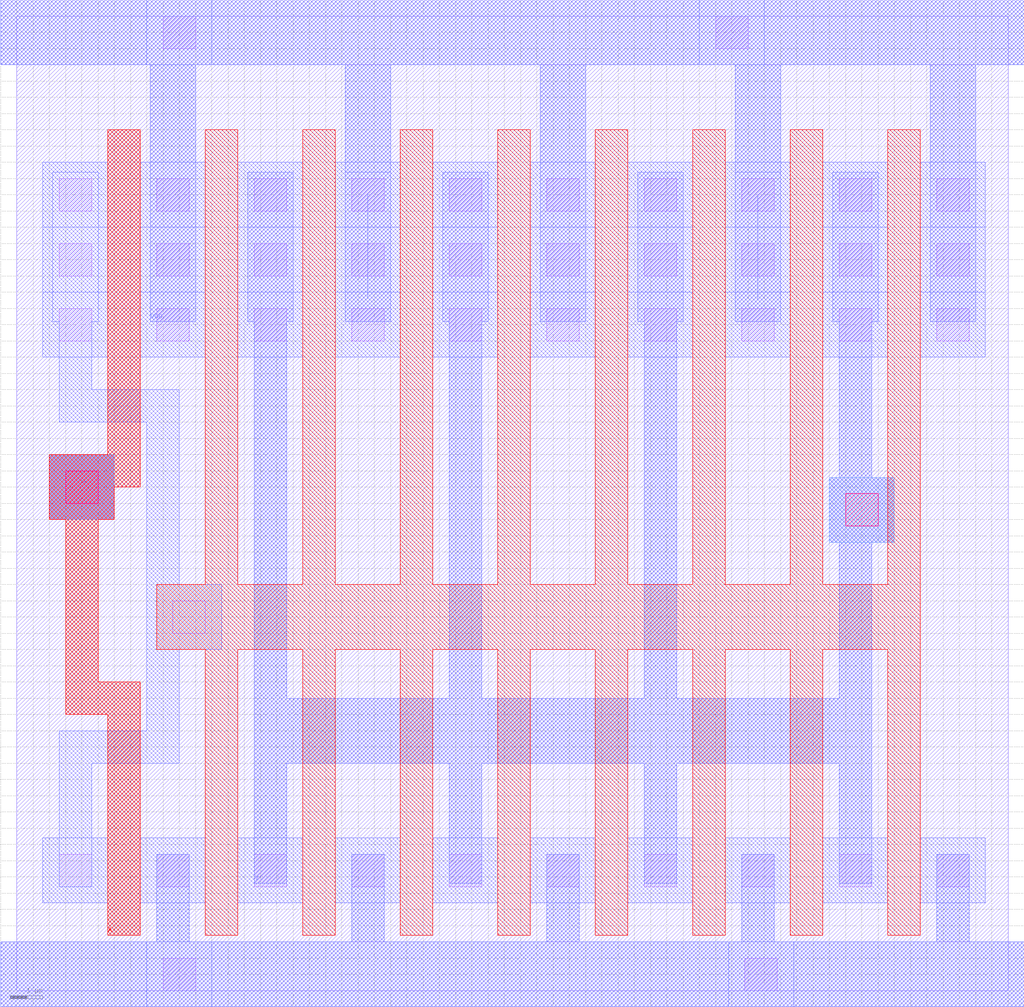
<source format=lef>
VERSION 5.3 ;

NAMESCASESENSITIVE ON ;

UNITS
  DATABASE MICRONS 1000 ;
END UNITS











MACRO buf8LEF
  CLASS BLOCK ;
  PIN A
    DIRECTION INPUT ;
    PORT
      LAYER POL ;
        POLYGON 1.000 16.500  1.000 14.500  1.500 14.500  1.500 8.500  2.800 
        8.500  2.800 1.700  3.800 1.700  3.800 9.500  2.500 9.500  2.500 
        14.500  3.000 14.500  3.000 15.500  3.800 15.500  3.800 26.500  2.800 
        26.500  2.800 16.500  1.000 16.500  ;
    END
    PORT
      LAYER ML1 ;
        POLYGON 1.000 14.500  1.000 16.500  3.000 16.500  3.000 14.500  1.000 
        14.500  ;
    END
  END A
  PIN VDD
    DIRECTION INOUT ;
    PORT
      LAYER ML1 ;
        POLYGON -0.500 30.500  -0.500 28.500  4.100 28.500  4.100 20.600  
        5.500 20.600  5.500 28.500  10.100 28.500  10.100 20.600  11.500 
        20.600  11.500 28.500  16.100 28.500  16.100 20.600  17.500 20.600  
        17.500 28.500  22.100 28.500  22.100 20.600  23.500 20.600  23.500 
        28.500  28.100 28.500  28.100 20.600  29.500 20.600  29.500 28.500  
        31.000 28.500  31.000 30.500  -0.500 30.500  ;
    END
  END VDD
  PIN VSS
    DIRECTION INOUT ;
    PORT
      LAYER ML1 ;
        POLYGON -0.500 1.500  -0.500 -0.500  31.000 -0.500  31.000 1.500  
        29.300 1.500  29.300 4.200  28.300 4.200  28.300 1.500  23.300 1.500  
        23.300 4.200  22.300 4.200  22.300 1.500  17.300 1.500  17.300 4.200  
        16.300 4.200  16.300 1.500  11.300 1.500  11.300 4.200  10.300 4.200  
        10.300 1.500  5.300 1.500  5.300 4.200  4.300 4.200  4.300 1.500  
        -0.500 1.500  ;
    END
  END VSS
  PIN Y
    DIRECTION OUTPUT ;
    PORT
      LAYER ML1 ;
        POLYGON 7.100 25.200  7.100 20.600  7.300 20.600  7.300 3.300  8.300 
        3.300  8.300 7.000  13.300 7.000  13.300 3.300  14.300 3.300  14.300 
        7.000  19.300 7.000  19.300 3.300  20.300 3.300  20.300 7.000  25.300 
        7.000  25.300 3.300  26.300 3.300  26.300 13.800  27.000 13.800  
        27.000 15.800  26.300 15.800  26.300 20.600  26.500 20.600  26.500 
        25.200  25.100 25.200  25.100 20.600  25.300 20.600  25.300 15.800  
        25.000 15.800  25.000 13.800  25.300 13.800  25.300 9.000  20.300 
        9.000  20.300 20.600  20.500 20.600  20.500 25.200  19.100 25.200  
        19.100 20.600  19.300 20.600  19.300 9.000  14.300 9.000  14.300 
        20.600  14.500 20.600  14.500 25.200  13.100 25.200  13.100 20.600  
        13.300 20.600  13.300 9.000  8.300 9.000  8.300 20.600  8.500 20.600  
        8.500 25.200  7.100 25.200  ;
    END
  END Y
  OBS
    LAYER CNT ;
      POLYGON 25.300 3.200  25.300 4.200  26.300 4.200  26.300 3.200  25.300 
      3.200  ;
      POLYGON 28.300 24.000  28.300 25.000  29.300 25.000  29.300 24.000  
      28.300 24.000  ;
      POLYGON 28.300 22.000  28.300 23.000  29.300 23.000  29.300 22.000  
      28.300 22.000  ;
      POLYGON 28.300 20.000  28.300 21.000  29.300 21.000  29.300 20.000  
      28.300 20.000  ;
      POLYGON 28.300 3.200  28.300 4.200  29.300 4.200  29.300 3.200  28.300 
      3.200  ;
      POLYGON 4.800 11.000  4.800 12.000  5.800 12.000  5.800 11.000  4.800 
      11.000  ;
      POLYGON 4.500 29.000  4.500 30.000  5.500 30.000  5.500 29.000  4.500 
      29.000  ;
      POLYGON 22.400 0.000  22.400 1.000  23.400 1.000  23.400 0.000  22.400 
      0.000  ;
      POLYGON 1.500 15.000  1.500 16.000  2.500 16.000  2.500 15.000  1.500 
      15.000  ;
      POLYGON 4.500 0.000  4.500 1.000  5.500 1.000  5.500 0.000  4.500 0.000  ;
      
      POLYGON 21.500 29.000  21.500 30.000  22.500 30.000  22.500 29.000  
      21.500 29.000  ;
      POLYGON 25.300 20.000  25.300 21.000  26.300 21.000  26.300 20.000  
      25.300 20.000  ;
      POLYGON 25.300 22.000  25.300 23.000  26.300 23.000  26.300 22.000  
      25.300 22.000  ;
      POLYGON 25.300 24.000  25.300 25.000  26.300 25.000  26.300 24.000  
      25.300 24.000  ;
      POLYGON 22.300 3.200  22.300 4.200  23.300 4.200  23.300 3.200  22.300 
      3.200  ;
      POLYGON 22.300 20.000  22.300 21.000  23.300 21.000  23.300 20.000  
      22.300 20.000  ;
      POLYGON 22.300 22.000  22.300 23.000  23.300 23.000  23.300 22.000  
      22.300 22.000  ;
      POLYGON 22.300 24.000  22.300 25.000  23.300 25.000  23.300 24.000  
      22.300 24.000  ;
      POLYGON 19.300 3.200  19.300 4.200  20.300 4.200  20.300 3.200  19.300 
      3.200  ;
      POLYGON 19.300 24.000  19.300 25.000  20.300 25.000  20.300 24.000  
      19.300 24.000  ;
      POLYGON 19.300 22.000  19.300 23.000  20.300 23.000  20.300 22.000  
      19.300 22.000  ;
      POLYGON 19.300 20.000  19.300 21.000  20.300 21.000  20.300 20.000  
      19.300 20.000  ;
      POLYGON 16.300 3.200  16.300 4.200  17.300 4.200  17.300 3.200  16.300 
      3.200  ;
      POLYGON 16.300 24.000  16.300 25.000  17.300 25.000  17.300 24.000  
      16.300 24.000  ;
      POLYGON 16.300 22.000  16.300 23.000  17.300 23.000  17.300 22.000  
      16.300 22.000  ;
      POLYGON 16.300 20.000  16.300 21.000  17.300 21.000  17.300 20.000  
      16.300 20.000  ;
      POLYGON 13.300 3.200  13.300 4.200  14.300 4.200  14.300 3.200  13.300 
      3.200  ;
      POLYGON 13.300 24.000  13.300 25.000  14.300 25.000  14.300 24.000  
      13.300 24.000  ;
      POLYGON 13.300 22.000  13.300 23.000  14.300 23.000  14.300 22.000  
      13.300 22.000  ;
      POLYGON 13.300 20.000  13.300 21.000  14.300 21.000  14.300 20.000  
      13.300 20.000  ;
      POLYGON 10.300 24.000  10.300 25.000  11.300 25.000  11.300 24.000  
      10.300 24.000  ;
      POLYGON 10.300 22.000  10.300 23.000  11.300 23.000  11.300 22.000  
      10.300 22.000  ;
      POLYGON 10.300 20.000  10.300 21.000  11.300 21.000  11.300 20.000  
      10.300 20.000  ;
      POLYGON 10.300 3.200  10.300 4.200  11.300 4.200  11.300 3.200  10.300 
      3.200  ;
      POLYGON 7.300 3.200  7.300 4.200  8.300 4.200  8.300 3.200  7.300 3.200  ;
      
      POLYGON 7.300 20.000  7.300 21.000  8.300 21.000  8.300 20.000  7.300 
      20.000  ;
      POLYGON 7.300 22.000  7.300 23.000  8.300 23.000  8.300 22.000  7.300 
      22.000  ;
      POLYGON 7.300 24.000  7.300 25.000  8.300 25.000  8.300 24.000  7.300 
      24.000  ;
      POLYGON 4.300 22.000  4.300 23.000  5.300 23.000  5.300 22.000  4.300 
      22.000  ;
      POLYGON 4.300 20.000  4.300 21.000  5.300 21.000  5.300 20.000  4.300 
      20.000  ;
      POLYGON 4.300 24.000  4.300 25.000  5.300 25.000  5.300 24.000  4.300 
      24.000  ;
      POLYGON 4.300 3.200  4.300 4.200  5.300 4.200  5.300 3.200  4.300 3.200  ;
      
      POLYGON 1.300 22.000  1.300 23.000  2.300 23.000  2.300 22.000  1.300 
      22.000  ;
      POLYGON 1.300 20.000  1.300 21.000  2.300 21.000  2.300 20.000  1.300 
      20.000  ;
      POLYGON 1.300 3.200  1.300 4.200  2.300 4.200  2.300 3.200  1.300 3.200  ;
      
      POLYGON 1.300 24.000  1.300 25.000  2.300 25.000  2.300 24.000  1.300 
      24.000  ;
    LAYER FRAME ;
      POLYGON -0.500 1.500  -0.500 -0.500  31.000 -0.500  31.000 1.500  -0.500 
      1.500  ;
      POLYGON 0.000 0.000  30.500 0.000  30.500 30.000  0.000 30.000  0.000 
      0.000  ;
      RECT -0.500 28.500  31.000 30.500  ;
    LAYER ML1 ;
      WIDTH 1.400  ;
      PATH 10.800 21.300 10.800 24.500  ;
      WIDTH 1.400  ;
      PATH 22.800 21.300 22.800 24.500  ;
      POLYGON 1.000 14.500  1.000 16.500  3.000 16.500  3.000 14.500  1.000 
      14.500  ;
      RECT 21.000 28.500  23.000 30.500  ;
      RECT 4.000 -0.500  6.000 1.500  ;
      RECT 1.000 14.500  3.000 16.500  ;
      RECT 21.900 -0.500  23.900 1.500  ;
      RECT 4.000 28.500  6.000 30.500  ;
      RECT 27.800 2.700  29.800 4.700  ;
      RECT 27.800 19.500  29.800 21.500  ;
      RECT 27.800 21.500  29.800 23.500  ;
      RECT 27.800 23.500  29.800 25.500  ;
      RECT 24.800 2.700  26.800 4.700  ;
      RECT 24.800 19.500  26.800 21.500  ;
      RECT 24.800 21.500  26.800 23.500  ;
      RECT 24.800 23.500  26.800 25.500  ;
      RECT 21.800 2.700  23.800 4.700  ;
      RECT 21.800 19.500  23.800 21.500  ;
      RECT 21.800 21.500  23.800 23.500  ;
      RECT 21.800 23.500  23.800 25.500  ;
      RECT 18.800 2.700  20.800 4.700  ;
      RECT 18.800 23.500  20.800 25.500  ;
      RECT 18.800 21.500  20.800 23.500  ;
      RECT 18.800 19.500  20.800 21.500  ;
      RECT 15.800 2.700  17.800 4.700  ;
      RECT 15.800 23.500  17.800 25.500  ;
      RECT 15.800 21.500  17.800 23.500  ;
      RECT 15.800 19.500  17.800 21.500  ;
      RECT 12.800 2.700  14.800 4.700  ;
      RECT 12.800 23.500  14.800 25.500  ;
      RECT 12.800 21.500  14.800 23.500  ;
      RECT 12.800 19.500  14.800 21.500  ;
      RECT 9.800 23.500  11.800 25.500  ;
      RECT 9.800 21.500  11.800 23.500  ;
      RECT 9.800 19.500  11.800 21.500  ;
      RECT 9.800 2.700  11.800 4.700  ;
      RECT 6.800 2.700  8.800 4.700  ;
      RECT 6.800 19.500  8.800 21.500  ;
      RECT 6.800 21.500  8.800 23.500  ;
      RECT 6.800 23.500  8.800 25.500  ;
      RECT 3.800 21.500  5.800 23.500  ;
      RECT 3.800 19.500  5.800 21.500  ;
      RECT 3.800 23.500  5.800 25.500  ;
      RECT 3.800 2.700  5.800 4.700  ;
      RECT 0.800 21.500  2.800 23.500  ;
      RECT 0.800 19.500  2.800 21.500  ;
      RECT 0.800 2.700  2.800 4.700  ;
      RECT 0.800 23.500  2.800 25.500  ;
      POLYGON -0.500 30.500  -0.500 28.500  4.100 28.500  4.100 20.600  5.500 
      20.600  5.500 28.500  10.100 28.500  10.100 20.600  11.500 20.600  
      11.500 28.500  16.100 28.500  16.100 20.600  17.500 20.600  17.500 
      28.500  22.100 28.500  22.100 20.600  23.500 20.600  23.500 28.500  
      28.100 28.500  28.100 20.600  29.500 20.600  29.500 28.500  31.000 
      28.500  31.000 30.500  -0.500 30.500  ;
      POLYGON -0.500 1.500  -0.500 -0.500  31.000 -0.500  31.000 1.500  29.300 
      1.500  29.300 4.200  28.300 4.200  28.300 1.500  23.300 1.500  23.300 
      4.200  22.300 4.200  22.300 1.500  17.300 1.500  17.300 4.200  16.300 
      4.200  16.300 1.500  11.300 1.500  11.300 4.200  10.300 4.200  10.300 
      1.500  5.300 1.500  5.300 4.200  4.300 4.200  4.300 1.500  -0.500 1.500  ;
      
      POLYGON 1.300 8.000  1.300 3.200  2.300 3.200  2.300 7.000  5.000 7.000  
      5.000 10.500  6.300 10.500  6.300 12.500  5.000 12.500  5.000 18.500  
      2.300 18.500  2.300 20.600  2.500 20.600  2.500 25.200  1.100 25.200  
      1.100 20.600  1.300 20.600  1.300 17.500  4.000 17.500  4.000 8.000  
      1.300 8.000  ;
      POLYGON 7.100 25.200  7.100 20.600  7.300 20.600  7.300 3.300  8.300 
      3.300  8.300 7.000  13.300 7.000  13.300 3.300  14.300 3.300  14.300 
      7.000  19.300 7.000  19.300 3.300  20.300 3.300  20.300 7.000  25.300 
      7.000  25.300 3.300  26.300 3.300  26.300 13.800  27.000 13.800  27.000 
      15.800  26.300 15.800  26.300 20.600  26.500 20.600  26.500 25.200  
      25.100 25.200  25.100 20.600  25.300 20.600  25.300 15.800  25.000 
      15.800  25.000 13.800  25.300 13.800  25.300 9.000  20.300 9.000  20.300 
      20.600  20.500 20.600  20.500 25.200  19.100 25.200  19.100 20.600  
      19.300 20.600  19.300 9.000  14.300 9.000  14.300 20.600  14.500 20.600  
      14.500 25.200  13.100 25.200  13.100 20.600  13.300 20.600  13.300 9.000 
       8.300 9.000  8.300 20.600  8.500 20.600  8.500 25.200  7.100 25.200  ;
    LAYER ML2 ;
      POLYGON 25.000 13.800  25.000 15.800  27.000 15.800  27.000 13.800  
      25.000 13.800  ;
      POLYGON 1.000 14.500  1.000 16.500  3.000 16.500  3.000 14.500  1.000 
      14.500  ;
    LAYER POL ;
      POLYGON 1.000 16.500  1.000 14.500  1.500 14.500  1.500 8.500  2.800 
      8.500  2.800 1.700  3.800 1.700  3.800 9.500  2.500 9.500  2.500 14.500  
      3.000 14.500  3.000 15.500  3.800 15.500  3.800 26.500  2.800 26.500  
      2.800 16.500  1.000 16.500  ;
      POLYGON 4.300 12.500  4.300 10.500  5.800 10.500  5.800 1.700  6.800 
      1.700  6.800 10.500  8.800 10.500  8.800 1.700  9.800 1.700  9.800 
      10.500  11.800 10.500  11.800 1.700  12.800 1.700  12.800 10.500  14.800 
      10.500  14.800 1.700  15.800 1.700  15.800 10.500  17.800 10.500  17.800 
      1.700  18.800 1.700  18.800 10.500  20.800 10.500  20.800 1.700  21.800 
      1.700  21.800 10.500  23.800 10.500  23.800 1.700  24.800 1.700  24.800 
      10.500  26.800 10.500  26.800 1.700  27.800 1.700  27.800 26.500  26.800 
      26.500  26.800 12.500  24.800 12.500  24.800 26.500  23.800 26.500  
      23.800 12.500  21.800 12.500  21.800 26.500  20.800 26.500  20.800 
      12.500  18.800 12.500  18.800 26.500  17.800 26.500  17.800 12.500  
      15.800 12.500  15.800 26.500  14.800 26.500  14.800 12.500  12.800 
      12.500  12.800 26.500  11.800 26.500  11.800 12.500  9.800 12.500  9.800 
      26.500  8.800 26.500  8.800 12.500  6.800 12.500  6.800 26.500  5.800 
      26.500  5.800 12.500  4.300 12.500  ;
    LAYER VIA1 ;
      POLYGON 25.500 14.300  25.500 15.300  26.500 15.300  26.500 14.300  
      25.500 14.300  ;
      POLYGON 1.500 15.000  1.500 16.000  2.500 16.000  2.500 15.000  1.500 
      15.000  ;
  END
END buf8LEF


END LIBRARY

</source>
